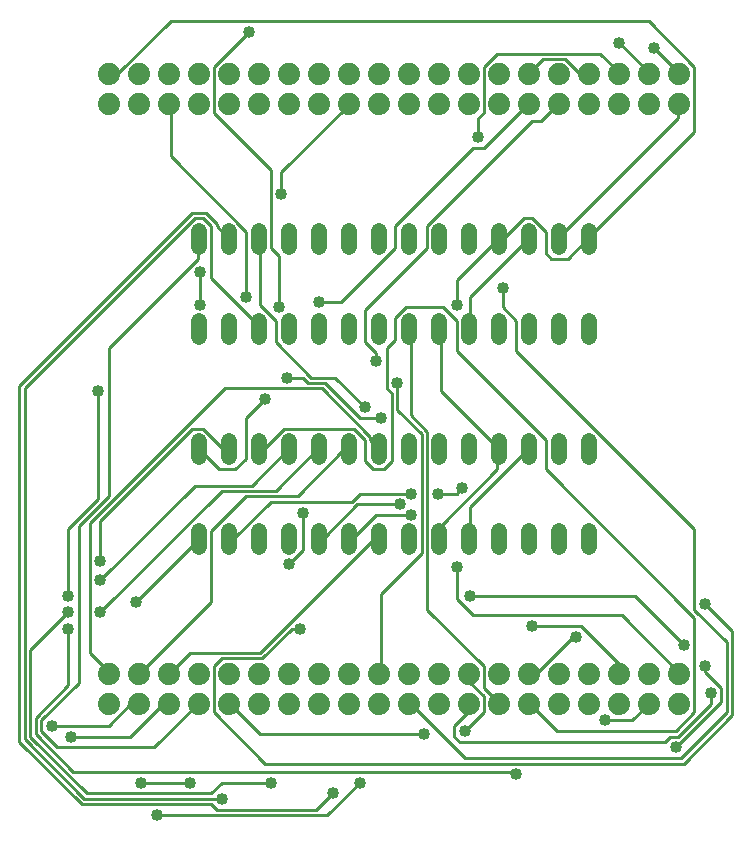
<source format=gbl>
G75*
%MOIN*%
%OFA0B0*%
%FSLAX25Y25*%
%IPPOS*%
%LPD*%
%AMOC8*
5,1,8,0,0,1.08239X$1,22.5*
%
%ADD10C,0.05200*%
%ADD11C,0.07400*%
%ADD12C,0.01000*%
%ADD13C,0.04000*%
D10*
X0568333Y0098400D02*
X0568333Y0103600D01*
X0578333Y0103600D02*
X0578333Y0098400D01*
X0588333Y0098400D02*
X0588333Y0103600D01*
X0598333Y0103600D02*
X0598333Y0098400D01*
X0608333Y0098400D02*
X0608333Y0103600D01*
X0618333Y0103600D02*
X0618333Y0098400D01*
X0628333Y0098400D02*
X0628333Y0103600D01*
X0638333Y0103600D02*
X0638333Y0098400D01*
X0648333Y0098400D02*
X0648333Y0103600D01*
X0658333Y0103600D02*
X0658333Y0098400D01*
X0668333Y0098400D02*
X0668333Y0103600D01*
X0678333Y0103600D02*
X0678333Y0098400D01*
X0688333Y0098400D02*
X0688333Y0103600D01*
X0698333Y0103600D02*
X0698333Y0098400D01*
X0698333Y0128400D02*
X0698333Y0133600D01*
X0688333Y0133600D02*
X0688333Y0128400D01*
X0678333Y0128400D02*
X0678333Y0133600D01*
X0668333Y0133600D02*
X0668333Y0128400D01*
X0658333Y0128400D02*
X0658333Y0133600D01*
X0648333Y0133600D02*
X0648333Y0128400D01*
X0638333Y0128400D02*
X0638333Y0133600D01*
X0628333Y0133600D02*
X0628333Y0128400D01*
X0618333Y0128400D02*
X0618333Y0133600D01*
X0608333Y0133600D02*
X0608333Y0128400D01*
X0598333Y0128400D02*
X0598333Y0133600D01*
X0588333Y0133600D02*
X0588333Y0128400D01*
X0578333Y0128400D02*
X0578333Y0133600D01*
X0568333Y0133600D02*
X0568333Y0128400D01*
X0568333Y0168400D02*
X0568333Y0173600D01*
X0578333Y0173600D02*
X0578333Y0168400D01*
X0588333Y0168400D02*
X0588333Y0173600D01*
X0598333Y0173600D02*
X0598333Y0168400D01*
X0608333Y0168400D02*
X0608333Y0173600D01*
X0618333Y0173600D02*
X0618333Y0168400D01*
X0628333Y0168400D02*
X0628333Y0173600D01*
X0638333Y0173600D02*
X0638333Y0168400D01*
X0648333Y0168400D02*
X0648333Y0173600D01*
X0658333Y0173600D02*
X0658333Y0168400D01*
X0668333Y0168400D02*
X0668333Y0173600D01*
X0678333Y0173600D02*
X0678333Y0168400D01*
X0688333Y0168400D02*
X0688333Y0173600D01*
X0698333Y0173600D02*
X0698333Y0168400D01*
X0698333Y0198400D02*
X0698333Y0203600D01*
X0688333Y0203600D02*
X0688333Y0198400D01*
X0678333Y0198400D02*
X0678333Y0203600D01*
X0668333Y0203600D02*
X0668333Y0198400D01*
X0658333Y0198400D02*
X0658333Y0203600D01*
X0648333Y0203600D02*
X0648333Y0198400D01*
X0638333Y0198400D02*
X0638333Y0203600D01*
X0628333Y0203600D02*
X0628333Y0198400D01*
X0618333Y0198400D02*
X0618333Y0203600D01*
X0608333Y0203600D02*
X0608333Y0198400D01*
X0598333Y0198400D02*
X0598333Y0203600D01*
X0588333Y0203600D02*
X0588333Y0198400D01*
X0578333Y0198400D02*
X0578333Y0203600D01*
X0568333Y0203600D02*
X0568333Y0198400D01*
D11*
X0568333Y0246000D03*
X0558333Y0246000D03*
X0548333Y0246000D03*
X0538333Y0246000D03*
X0538333Y0256000D03*
X0548333Y0256000D03*
X0558333Y0256000D03*
X0568333Y0256000D03*
X0578333Y0256000D03*
X0588333Y0256000D03*
X0598333Y0256000D03*
X0608333Y0256000D03*
X0618333Y0256000D03*
X0628333Y0256000D03*
X0638333Y0256000D03*
X0648333Y0256000D03*
X0658333Y0256000D03*
X0668333Y0256000D03*
X0678333Y0256000D03*
X0688333Y0256000D03*
X0698333Y0256000D03*
X0708333Y0256000D03*
X0718333Y0256000D03*
X0728333Y0256000D03*
X0728333Y0246000D03*
X0718333Y0246000D03*
X0708333Y0246000D03*
X0698333Y0246000D03*
X0688333Y0246000D03*
X0678333Y0246000D03*
X0668333Y0246000D03*
X0658333Y0246000D03*
X0648333Y0246000D03*
X0638333Y0246000D03*
X0628333Y0246000D03*
X0618333Y0246000D03*
X0608333Y0246000D03*
X0598333Y0246000D03*
X0588333Y0246000D03*
X0578333Y0246000D03*
X0578333Y0056000D03*
X0568333Y0056000D03*
X0558333Y0056000D03*
X0548333Y0056000D03*
X0538333Y0056000D03*
X0538333Y0046000D03*
X0548333Y0046000D03*
X0558333Y0046000D03*
X0568333Y0046000D03*
X0578333Y0046000D03*
X0588333Y0046000D03*
X0598333Y0046000D03*
X0608333Y0046000D03*
X0618333Y0046000D03*
X0618333Y0056000D03*
X0608333Y0056000D03*
X0598333Y0056000D03*
X0588333Y0056000D03*
X0628333Y0056000D03*
X0638333Y0056000D03*
X0648333Y0056000D03*
X0648333Y0046000D03*
X0638333Y0046000D03*
X0628333Y0046000D03*
X0658333Y0046000D03*
X0668333Y0046000D03*
X0678333Y0046000D03*
X0688333Y0046000D03*
X0688333Y0056000D03*
X0678333Y0056000D03*
X0668333Y0056000D03*
X0658333Y0056000D03*
X0698333Y0056000D03*
X0708333Y0056000D03*
X0718333Y0056000D03*
X0718333Y0046000D03*
X0708333Y0046000D03*
X0698333Y0046000D03*
X0728333Y0046000D03*
X0728333Y0056000D03*
D12*
X0529233Y0012700D02*
X0508533Y0033400D01*
X0508533Y0152200D01*
X0566133Y0209800D01*
X0570633Y0209800D01*
X0574233Y0206200D01*
X0574233Y0205300D01*
X0577833Y0201700D01*
X0578333Y0201000D01*
X0584133Y0203500D02*
X0584133Y0181900D01*
X0588633Y0179200D02*
X0594033Y0173800D01*
X0594033Y0166600D01*
X0605733Y0154900D01*
X0613833Y0154900D01*
X0623733Y0145000D01*
X0621933Y0141400D02*
X0629133Y0141400D01*
X0634533Y0144100D02*
X0634533Y0153100D01*
X0630933Y0151300D02*
X0630933Y0164800D01*
X0633633Y0167500D01*
X0633633Y0174700D01*
X0637233Y0178300D01*
X0649833Y0178300D01*
X0654333Y0173800D01*
X0654333Y0163900D01*
X0684033Y0134200D01*
X0684033Y0124300D01*
X0733533Y0074800D01*
X0733533Y0043300D01*
X0727233Y0037000D01*
X0687633Y0037000D01*
X0678633Y0046000D01*
X0678333Y0046000D01*
X0668733Y0046000D02*
X0668333Y0046000D01*
X0668733Y0046000D02*
X0663333Y0051400D01*
X0663333Y0058600D01*
X0644433Y0077500D01*
X0644433Y0136900D01*
X0639033Y0142300D01*
X0639033Y0170200D01*
X0638333Y0171000D01*
X0648333Y0171000D02*
X0648933Y0170200D01*
X0648933Y0150400D01*
X0668333Y0131000D01*
X0667833Y0130600D01*
X0667833Y0124300D01*
X0648933Y0105400D01*
X0648933Y0101800D01*
X0648333Y0101000D01*
X0642633Y0096400D02*
X0642633Y0136000D01*
X0634533Y0144100D01*
X0632733Y0149500D02*
X0630933Y0151300D01*
X0632733Y0149500D02*
X0632733Y0127000D01*
X0630033Y0124300D01*
X0626433Y0124300D01*
X0623733Y0127000D01*
X0623733Y0134200D01*
X0620133Y0137800D01*
X0596733Y0137800D01*
X0590433Y0131500D01*
X0588633Y0131500D01*
X0588333Y0131000D01*
X0584133Y0127900D02*
X0584133Y0141400D01*
X0590433Y0147700D01*
X0597633Y0154900D02*
X0603033Y0154900D01*
X0604833Y0153100D01*
X0610233Y0153100D01*
X0621933Y0141400D01*
X0625533Y0135100D02*
X0609333Y0151300D01*
X0576933Y0151300D01*
X0531933Y0106300D01*
X0531933Y0063100D01*
X0538233Y0056800D01*
X0538333Y0056000D01*
X0528333Y0053200D02*
X0515733Y0040600D01*
X0515733Y0037000D01*
X0521133Y0031600D01*
X0553533Y0031600D01*
X0567933Y0046000D01*
X0568333Y0046000D01*
X0573333Y0043300D02*
X0590433Y0026200D01*
X0729933Y0026200D01*
X0746133Y0042400D01*
X0746133Y0070300D01*
X0737133Y0079300D01*
X0733533Y0077500D02*
X0744333Y0066700D01*
X0744333Y0043300D01*
X0729033Y0028000D01*
X0657033Y0028000D01*
X0639033Y0046000D01*
X0638333Y0046000D01*
X0628333Y0056000D02*
X0629133Y0056800D01*
X0629133Y0082900D01*
X0642633Y0096400D01*
X0654333Y0091900D02*
X0654333Y0081100D01*
X0659733Y0075700D01*
X0709233Y0075700D01*
X0728133Y0056800D01*
X0728333Y0056000D01*
X0737133Y0056800D02*
X0742533Y0051400D01*
X0742533Y0046900D01*
X0727233Y0031600D01*
X0728133Y0035200D02*
X0738933Y0046000D01*
X0738933Y0049600D01*
X0737133Y0056800D02*
X0737133Y0058600D01*
X0729933Y0065800D02*
X0713733Y0082000D01*
X0658833Y0082000D01*
X0679533Y0072100D02*
X0695733Y0072100D01*
X0708333Y0059500D01*
X0708333Y0056000D01*
X0718233Y0046000D02*
X0718333Y0046000D01*
X0718233Y0046000D02*
X0712833Y0040600D01*
X0703833Y0040600D01*
X0723633Y0033400D02*
X0725433Y0035200D01*
X0728133Y0035200D01*
X0723633Y0033400D02*
X0655233Y0033400D01*
X0653433Y0035200D01*
X0653433Y0038800D01*
X0657933Y0043300D01*
X0657933Y0046000D01*
X0658333Y0046000D01*
X0663333Y0048700D02*
X0658833Y0053200D01*
X0658833Y0055900D01*
X0658333Y0056000D01*
X0663333Y0048700D02*
X0663333Y0043300D01*
X0657033Y0037000D01*
X0643533Y0036100D02*
X0588633Y0036100D01*
X0578733Y0046000D01*
X0578333Y0046000D01*
X0573333Y0043300D02*
X0573333Y0058600D01*
X0576033Y0061300D01*
X0589533Y0061300D01*
X0599433Y0071200D01*
X0602133Y0071200D01*
X0588633Y0063100D02*
X0565233Y0063100D01*
X0558933Y0056800D01*
X0558333Y0056000D01*
X0549033Y0056800D02*
X0548333Y0056000D01*
X0549033Y0056800D02*
X0572433Y0080200D01*
X0572433Y0103600D01*
X0584133Y0115300D01*
X0601233Y0115300D01*
X0616533Y0130600D01*
X0618333Y0130600D01*
X0618333Y0131000D01*
X0625533Y0134200D02*
X0625533Y0135100D01*
X0625533Y0134200D02*
X0628233Y0131500D01*
X0628333Y0131000D01*
X0608333Y0131000D02*
X0607533Y0130600D01*
X0594033Y0117100D01*
X0576033Y0117100D01*
X0535533Y0076600D01*
X0524733Y0076600D02*
X0512133Y0064000D01*
X0512133Y0035200D01*
X0531033Y0016300D01*
X0572433Y0016300D01*
X0576033Y0019900D01*
X0592233Y0019900D01*
X0576033Y0014500D02*
X0530133Y0014500D01*
X0510333Y0034300D01*
X0510333Y0151300D01*
X0567033Y0208000D01*
X0569733Y0208000D01*
X0572433Y0205300D01*
X0572433Y0188200D01*
X0587733Y0172900D01*
X0587733Y0171100D01*
X0588333Y0171000D01*
X0588633Y0179200D02*
X0588633Y0200800D01*
X0588333Y0201000D01*
X0592233Y0198100D02*
X0592233Y0224200D01*
X0573333Y0243100D01*
X0573333Y0258400D01*
X0585033Y0270100D01*
X0558933Y0273700D02*
X0718233Y0273700D01*
X0733533Y0258400D01*
X0733533Y0236800D01*
X0698433Y0201700D01*
X0698333Y0201000D01*
X0697533Y0200800D01*
X0691233Y0194500D01*
X0685833Y0194500D01*
X0684033Y0196300D01*
X0684033Y0203500D01*
X0679533Y0208000D01*
X0676833Y0208000D01*
X0670533Y0201700D01*
X0668733Y0201700D01*
X0668333Y0201000D01*
X0667833Y0200800D01*
X0654333Y0187300D01*
X0654333Y0179200D01*
X0658833Y0181900D02*
X0677733Y0200800D01*
X0678333Y0201000D01*
X0688333Y0201000D02*
X0688533Y0201700D01*
X0728133Y0241300D01*
X0728133Y0245800D01*
X0728333Y0246000D01*
X0728333Y0256000D02*
X0728133Y0256600D01*
X0720033Y0264700D01*
X0718233Y0256600D02*
X0708333Y0266500D01*
X0702033Y0262900D02*
X0708333Y0256600D01*
X0708333Y0256000D01*
X0702033Y0262900D02*
X0667833Y0262900D01*
X0663333Y0258400D01*
X0663333Y0243100D01*
X0661533Y0241300D01*
X0661533Y0235000D01*
X0663333Y0231400D02*
X0659733Y0231400D01*
X0633633Y0205300D01*
X0633633Y0198100D01*
X0615633Y0180100D01*
X0608433Y0180100D01*
X0594933Y0178300D02*
X0594933Y0195400D01*
X0592233Y0198100D01*
X0584133Y0203500D02*
X0558933Y0228700D01*
X0558933Y0245800D01*
X0558333Y0246000D01*
X0541833Y0256600D02*
X0539133Y0256600D01*
X0538333Y0256000D01*
X0541833Y0256600D02*
X0558933Y0273700D01*
X0595833Y0223300D02*
X0618333Y0245800D01*
X0618333Y0246000D01*
X0595833Y0223300D02*
X0595833Y0216100D01*
X0568333Y0201000D02*
X0567933Y0200800D01*
X0567933Y0194500D01*
X0538233Y0164800D01*
X0538233Y0115300D01*
X0528333Y0105400D01*
X0528333Y0053200D01*
X0524733Y0052300D02*
X0513933Y0041500D01*
X0513933Y0036100D01*
X0526533Y0023500D01*
X0673233Y0023500D01*
X0674133Y0022600D01*
X0621933Y0019900D02*
X0611133Y0009100D01*
X0554433Y0009100D01*
X0549033Y0019900D02*
X0565233Y0019900D01*
X0572433Y0012700D02*
X0574233Y0010900D01*
X0607533Y0010900D01*
X0612933Y0016300D01*
X0572433Y0012700D02*
X0529233Y0012700D01*
X0525633Y0035200D02*
X0545433Y0035200D01*
X0556233Y0046000D01*
X0558333Y0046000D01*
X0548333Y0046000D02*
X0545433Y0046000D01*
X0538233Y0038800D01*
X0519333Y0038800D01*
X0524733Y0052300D02*
X0524733Y0071200D01*
X0524733Y0082000D02*
X0524733Y0104500D01*
X0534633Y0114400D01*
X0534633Y0150400D01*
X0566133Y0137800D02*
X0535533Y0107200D01*
X0535533Y0093700D01*
X0535533Y0087400D02*
X0567033Y0118900D01*
X0585933Y0118900D01*
X0597633Y0130600D01*
X0598333Y0131000D01*
X0584133Y0127900D02*
X0580533Y0124300D01*
X0575133Y0124300D01*
X0568833Y0130600D01*
X0568333Y0131000D01*
X0569733Y0137800D02*
X0576033Y0131500D01*
X0577833Y0131500D01*
X0578333Y0131000D01*
X0569733Y0137800D02*
X0566133Y0137800D01*
X0592233Y0113500D02*
X0619233Y0113500D01*
X0621933Y0116200D01*
X0639033Y0116200D01*
X0635433Y0112600D02*
X0621033Y0112600D01*
X0610233Y0101800D01*
X0608433Y0101800D01*
X0608333Y0101000D01*
X0603033Y0097300D02*
X0603033Y0109900D01*
X0592233Y0113500D02*
X0580533Y0101800D01*
X0578733Y0101800D01*
X0578333Y0101000D01*
X0568333Y0101000D02*
X0567933Y0100900D01*
X0547233Y0080200D01*
X0588633Y0063100D02*
X0626433Y0100900D01*
X0628233Y0100900D01*
X0628333Y0101000D01*
X0627333Y0109000D02*
X0620133Y0101800D01*
X0618333Y0101800D01*
X0618333Y0101000D01*
X0603033Y0097300D02*
X0598533Y0092800D01*
X0627333Y0109000D02*
X0639033Y0109000D01*
X0648033Y0116200D02*
X0654333Y0116200D01*
X0656133Y0118000D01*
X0658833Y0111700D02*
X0677733Y0130600D01*
X0678333Y0131000D01*
X0658833Y0111700D02*
X0658833Y0101800D01*
X0658333Y0101000D01*
X0693033Y0068500D02*
X0693933Y0068500D01*
X0693033Y0068500D02*
X0681333Y0056800D01*
X0678633Y0056800D01*
X0678333Y0056000D01*
X0733533Y0077500D02*
X0733533Y0104500D01*
X0674133Y0163900D01*
X0674133Y0173800D01*
X0669633Y0178300D01*
X0669633Y0184600D01*
X0658833Y0181900D02*
X0658833Y0171100D01*
X0658333Y0171000D01*
X0627333Y0163000D02*
X0623733Y0166600D01*
X0623733Y0177400D01*
X0644433Y0198100D01*
X0644433Y0205300D01*
X0679533Y0240400D01*
X0682233Y0240400D01*
X0687633Y0245800D01*
X0688333Y0246000D01*
X0678333Y0246000D02*
X0677733Y0245800D01*
X0663333Y0231400D01*
X0678333Y0256000D02*
X0678633Y0256600D01*
X0683133Y0261100D01*
X0690333Y0261100D01*
X0694833Y0256600D01*
X0697533Y0256600D01*
X0698333Y0256000D01*
X0718233Y0256600D02*
X0718333Y0256000D01*
X0568833Y0190000D02*
X0568833Y0179200D01*
X0627333Y0163000D02*
X0627333Y0160300D01*
D13*
X0627333Y0160300D03*
X0634533Y0153100D03*
X0623733Y0145000D03*
X0629133Y0141400D03*
X0597633Y0154900D03*
X0590433Y0147700D03*
X0534633Y0150400D03*
X0568833Y0179200D03*
X0584133Y0181900D03*
X0594933Y0178300D03*
X0608433Y0180100D03*
X0568833Y0190000D03*
X0595833Y0216100D03*
X0661533Y0235000D03*
X0708333Y0266500D03*
X0720033Y0264700D03*
X0585033Y0270100D03*
X0669633Y0184600D03*
X0654333Y0179200D03*
X0656133Y0118000D03*
X0648033Y0116200D03*
X0639033Y0116200D03*
X0635433Y0112600D03*
X0639033Y0109000D03*
X0654333Y0091900D03*
X0658833Y0082000D03*
X0679533Y0072100D03*
X0693933Y0068500D03*
X0729933Y0065800D03*
X0737133Y0058600D03*
X0738933Y0049600D03*
X0727233Y0031600D03*
X0703833Y0040600D03*
X0674133Y0022600D03*
X0657033Y0037000D03*
X0643533Y0036100D03*
X0621933Y0019900D03*
X0612933Y0016300D03*
X0592233Y0019900D03*
X0576033Y0014500D03*
X0565233Y0019900D03*
X0549033Y0019900D03*
X0554433Y0009100D03*
X0525633Y0035200D03*
X0519333Y0038800D03*
X0524733Y0071200D03*
X0524733Y0076600D03*
X0524733Y0082000D03*
X0535533Y0076600D03*
X0547233Y0080200D03*
X0535533Y0087400D03*
X0535533Y0093700D03*
X0598533Y0092800D03*
X0603033Y0109900D03*
X0602133Y0071200D03*
X0737133Y0079300D03*
M02*

</source>
